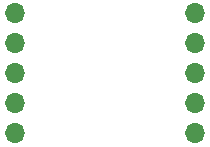
<source format=gbs>
G04 #@! TF.GenerationSoftware,KiCad,Pcbnew,6.0.11*
G04 #@! TF.CreationDate,2025-02-19T14:46:05+01:00*
G04 #@! TF.ProjectId,SPL06,53504c30-362e-46b6-9963-61645f706362,rev?*
G04 #@! TF.SameCoordinates,Original*
G04 #@! TF.FileFunction,Soldermask,Bot*
G04 #@! TF.FilePolarity,Negative*
%FSLAX46Y46*%
G04 Gerber Fmt 4.6, Leading zero omitted, Abs format (unit mm)*
G04 Created by KiCad (PCBNEW 6.0.11) date 2025-02-19 14:46:05*
%MOMM*%
%LPD*%
G01*
G04 APERTURE LIST*
%ADD10O,1.700000X1.700000*%
G04 APERTURE END LIST*
D10*
X147320000Y-76200000D03*
X147320000Y-78740000D03*
X147320000Y-81280000D03*
X147320000Y-83820000D03*
X147320000Y-86360000D03*
X132080000Y-86360000D03*
X132080000Y-83820000D03*
X132080000Y-81280000D03*
X132080000Y-78740000D03*
X132080000Y-76200000D03*
M02*

</source>
